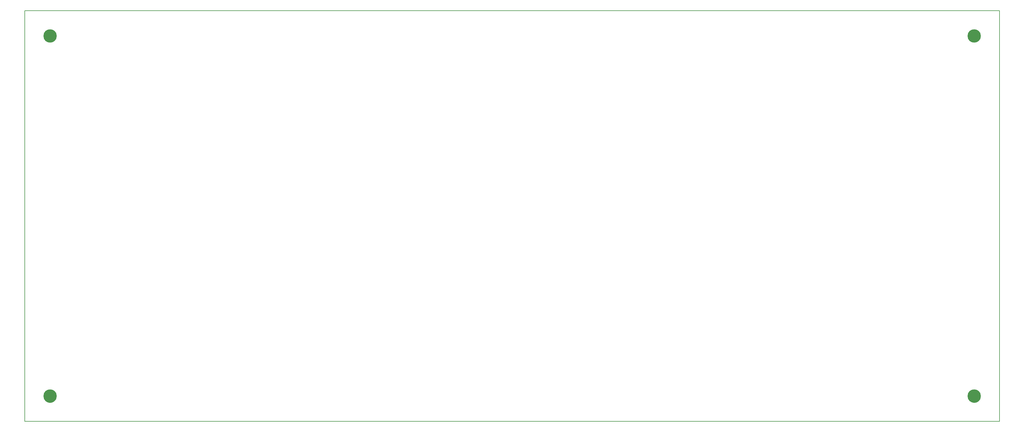
<source format=gbs>
G75*
%MOIN*%
%OFA0B0*%
%FSLAX25Y25*%
%IPPOS*%
%LPD*%
%AMOC8*
5,1,8,0,0,1.08239X$1,22.5*
%
%ADD10C,0.00600*%
%ADD11C,0.00000*%
%ADD12C,0.15800*%
D10*
X0001300Y0001300D02*
X0001300Y0488900D01*
X1156100Y0488900D01*
X1156100Y0001300D01*
X0001300Y0001300D01*
D11*
X0023800Y0031300D02*
X0023802Y0031484D01*
X0023809Y0031668D01*
X0023820Y0031852D01*
X0023836Y0032035D01*
X0023856Y0032218D01*
X0023881Y0032400D01*
X0023910Y0032582D01*
X0023944Y0032763D01*
X0023982Y0032943D01*
X0024025Y0033122D01*
X0024072Y0033300D01*
X0024123Y0033477D01*
X0024179Y0033653D01*
X0024238Y0033827D01*
X0024303Y0033999D01*
X0024371Y0034170D01*
X0024443Y0034339D01*
X0024520Y0034507D01*
X0024601Y0034672D01*
X0024686Y0034835D01*
X0024774Y0034997D01*
X0024867Y0035156D01*
X0024964Y0035312D01*
X0025064Y0035467D01*
X0025168Y0035619D01*
X0025276Y0035768D01*
X0025387Y0035914D01*
X0025502Y0036058D01*
X0025621Y0036199D01*
X0025743Y0036337D01*
X0025868Y0036472D01*
X0025997Y0036603D01*
X0026128Y0036732D01*
X0026263Y0036857D01*
X0026401Y0036979D01*
X0026542Y0037098D01*
X0026686Y0037213D01*
X0026832Y0037324D01*
X0026981Y0037432D01*
X0027133Y0037536D01*
X0027288Y0037636D01*
X0027444Y0037733D01*
X0027603Y0037826D01*
X0027765Y0037914D01*
X0027928Y0037999D01*
X0028093Y0038080D01*
X0028261Y0038157D01*
X0028430Y0038229D01*
X0028601Y0038297D01*
X0028773Y0038362D01*
X0028947Y0038421D01*
X0029123Y0038477D01*
X0029300Y0038528D01*
X0029478Y0038575D01*
X0029657Y0038618D01*
X0029837Y0038656D01*
X0030018Y0038690D01*
X0030200Y0038719D01*
X0030382Y0038744D01*
X0030565Y0038764D01*
X0030748Y0038780D01*
X0030932Y0038791D01*
X0031116Y0038798D01*
X0031300Y0038800D01*
X0031484Y0038798D01*
X0031668Y0038791D01*
X0031852Y0038780D01*
X0032035Y0038764D01*
X0032218Y0038744D01*
X0032400Y0038719D01*
X0032582Y0038690D01*
X0032763Y0038656D01*
X0032943Y0038618D01*
X0033122Y0038575D01*
X0033300Y0038528D01*
X0033477Y0038477D01*
X0033653Y0038421D01*
X0033827Y0038362D01*
X0033999Y0038297D01*
X0034170Y0038229D01*
X0034339Y0038157D01*
X0034507Y0038080D01*
X0034672Y0037999D01*
X0034835Y0037914D01*
X0034997Y0037826D01*
X0035156Y0037733D01*
X0035312Y0037636D01*
X0035467Y0037536D01*
X0035619Y0037432D01*
X0035768Y0037324D01*
X0035914Y0037213D01*
X0036058Y0037098D01*
X0036199Y0036979D01*
X0036337Y0036857D01*
X0036472Y0036732D01*
X0036603Y0036603D01*
X0036732Y0036472D01*
X0036857Y0036337D01*
X0036979Y0036199D01*
X0037098Y0036058D01*
X0037213Y0035914D01*
X0037324Y0035768D01*
X0037432Y0035619D01*
X0037536Y0035467D01*
X0037636Y0035312D01*
X0037733Y0035156D01*
X0037826Y0034997D01*
X0037914Y0034835D01*
X0037999Y0034672D01*
X0038080Y0034507D01*
X0038157Y0034339D01*
X0038229Y0034170D01*
X0038297Y0033999D01*
X0038362Y0033827D01*
X0038421Y0033653D01*
X0038477Y0033477D01*
X0038528Y0033300D01*
X0038575Y0033122D01*
X0038618Y0032943D01*
X0038656Y0032763D01*
X0038690Y0032582D01*
X0038719Y0032400D01*
X0038744Y0032218D01*
X0038764Y0032035D01*
X0038780Y0031852D01*
X0038791Y0031668D01*
X0038798Y0031484D01*
X0038800Y0031300D01*
X0038798Y0031116D01*
X0038791Y0030932D01*
X0038780Y0030748D01*
X0038764Y0030565D01*
X0038744Y0030382D01*
X0038719Y0030200D01*
X0038690Y0030018D01*
X0038656Y0029837D01*
X0038618Y0029657D01*
X0038575Y0029478D01*
X0038528Y0029300D01*
X0038477Y0029123D01*
X0038421Y0028947D01*
X0038362Y0028773D01*
X0038297Y0028601D01*
X0038229Y0028430D01*
X0038157Y0028261D01*
X0038080Y0028093D01*
X0037999Y0027928D01*
X0037914Y0027765D01*
X0037826Y0027603D01*
X0037733Y0027444D01*
X0037636Y0027288D01*
X0037536Y0027133D01*
X0037432Y0026981D01*
X0037324Y0026832D01*
X0037213Y0026686D01*
X0037098Y0026542D01*
X0036979Y0026401D01*
X0036857Y0026263D01*
X0036732Y0026128D01*
X0036603Y0025997D01*
X0036472Y0025868D01*
X0036337Y0025743D01*
X0036199Y0025621D01*
X0036058Y0025502D01*
X0035914Y0025387D01*
X0035768Y0025276D01*
X0035619Y0025168D01*
X0035467Y0025064D01*
X0035312Y0024964D01*
X0035156Y0024867D01*
X0034997Y0024774D01*
X0034835Y0024686D01*
X0034672Y0024601D01*
X0034507Y0024520D01*
X0034339Y0024443D01*
X0034170Y0024371D01*
X0033999Y0024303D01*
X0033827Y0024238D01*
X0033653Y0024179D01*
X0033477Y0024123D01*
X0033300Y0024072D01*
X0033122Y0024025D01*
X0032943Y0023982D01*
X0032763Y0023944D01*
X0032582Y0023910D01*
X0032400Y0023881D01*
X0032218Y0023856D01*
X0032035Y0023836D01*
X0031852Y0023820D01*
X0031668Y0023809D01*
X0031484Y0023802D01*
X0031300Y0023800D01*
X0031116Y0023802D01*
X0030932Y0023809D01*
X0030748Y0023820D01*
X0030565Y0023836D01*
X0030382Y0023856D01*
X0030200Y0023881D01*
X0030018Y0023910D01*
X0029837Y0023944D01*
X0029657Y0023982D01*
X0029478Y0024025D01*
X0029300Y0024072D01*
X0029123Y0024123D01*
X0028947Y0024179D01*
X0028773Y0024238D01*
X0028601Y0024303D01*
X0028430Y0024371D01*
X0028261Y0024443D01*
X0028093Y0024520D01*
X0027928Y0024601D01*
X0027765Y0024686D01*
X0027603Y0024774D01*
X0027444Y0024867D01*
X0027288Y0024964D01*
X0027133Y0025064D01*
X0026981Y0025168D01*
X0026832Y0025276D01*
X0026686Y0025387D01*
X0026542Y0025502D01*
X0026401Y0025621D01*
X0026263Y0025743D01*
X0026128Y0025868D01*
X0025997Y0025997D01*
X0025868Y0026128D01*
X0025743Y0026263D01*
X0025621Y0026401D01*
X0025502Y0026542D01*
X0025387Y0026686D01*
X0025276Y0026832D01*
X0025168Y0026981D01*
X0025064Y0027133D01*
X0024964Y0027288D01*
X0024867Y0027444D01*
X0024774Y0027603D01*
X0024686Y0027765D01*
X0024601Y0027928D01*
X0024520Y0028093D01*
X0024443Y0028261D01*
X0024371Y0028430D01*
X0024303Y0028601D01*
X0024238Y0028773D01*
X0024179Y0028947D01*
X0024123Y0029123D01*
X0024072Y0029300D01*
X0024025Y0029478D01*
X0023982Y0029657D01*
X0023944Y0029837D01*
X0023910Y0030018D01*
X0023881Y0030200D01*
X0023856Y0030382D01*
X0023836Y0030565D01*
X0023820Y0030748D01*
X0023809Y0030932D01*
X0023802Y0031116D01*
X0023800Y0031300D01*
X0023800Y0458900D02*
X0023802Y0459084D01*
X0023809Y0459268D01*
X0023820Y0459452D01*
X0023836Y0459635D01*
X0023856Y0459818D01*
X0023881Y0460000D01*
X0023910Y0460182D01*
X0023944Y0460363D01*
X0023982Y0460543D01*
X0024025Y0460722D01*
X0024072Y0460900D01*
X0024123Y0461077D01*
X0024179Y0461253D01*
X0024238Y0461427D01*
X0024303Y0461599D01*
X0024371Y0461770D01*
X0024443Y0461939D01*
X0024520Y0462107D01*
X0024601Y0462272D01*
X0024686Y0462435D01*
X0024774Y0462597D01*
X0024867Y0462756D01*
X0024964Y0462912D01*
X0025064Y0463067D01*
X0025168Y0463219D01*
X0025276Y0463368D01*
X0025387Y0463514D01*
X0025502Y0463658D01*
X0025621Y0463799D01*
X0025743Y0463937D01*
X0025868Y0464072D01*
X0025997Y0464203D01*
X0026128Y0464332D01*
X0026263Y0464457D01*
X0026401Y0464579D01*
X0026542Y0464698D01*
X0026686Y0464813D01*
X0026832Y0464924D01*
X0026981Y0465032D01*
X0027133Y0465136D01*
X0027288Y0465236D01*
X0027444Y0465333D01*
X0027603Y0465426D01*
X0027765Y0465514D01*
X0027928Y0465599D01*
X0028093Y0465680D01*
X0028261Y0465757D01*
X0028430Y0465829D01*
X0028601Y0465897D01*
X0028773Y0465962D01*
X0028947Y0466021D01*
X0029123Y0466077D01*
X0029300Y0466128D01*
X0029478Y0466175D01*
X0029657Y0466218D01*
X0029837Y0466256D01*
X0030018Y0466290D01*
X0030200Y0466319D01*
X0030382Y0466344D01*
X0030565Y0466364D01*
X0030748Y0466380D01*
X0030932Y0466391D01*
X0031116Y0466398D01*
X0031300Y0466400D01*
X0031484Y0466398D01*
X0031668Y0466391D01*
X0031852Y0466380D01*
X0032035Y0466364D01*
X0032218Y0466344D01*
X0032400Y0466319D01*
X0032582Y0466290D01*
X0032763Y0466256D01*
X0032943Y0466218D01*
X0033122Y0466175D01*
X0033300Y0466128D01*
X0033477Y0466077D01*
X0033653Y0466021D01*
X0033827Y0465962D01*
X0033999Y0465897D01*
X0034170Y0465829D01*
X0034339Y0465757D01*
X0034507Y0465680D01*
X0034672Y0465599D01*
X0034835Y0465514D01*
X0034997Y0465426D01*
X0035156Y0465333D01*
X0035312Y0465236D01*
X0035467Y0465136D01*
X0035619Y0465032D01*
X0035768Y0464924D01*
X0035914Y0464813D01*
X0036058Y0464698D01*
X0036199Y0464579D01*
X0036337Y0464457D01*
X0036472Y0464332D01*
X0036603Y0464203D01*
X0036732Y0464072D01*
X0036857Y0463937D01*
X0036979Y0463799D01*
X0037098Y0463658D01*
X0037213Y0463514D01*
X0037324Y0463368D01*
X0037432Y0463219D01*
X0037536Y0463067D01*
X0037636Y0462912D01*
X0037733Y0462756D01*
X0037826Y0462597D01*
X0037914Y0462435D01*
X0037999Y0462272D01*
X0038080Y0462107D01*
X0038157Y0461939D01*
X0038229Y0461770D01*
X0038297Y0461599D01*
X0038362Y0461427D01*
X0038421Y0461253D01*
X0038477Y0461077D01*
X0038528Y0460900D01*
X0038575Y0460722D01*
X0038618Y0460543D01*
X0038656Y0460363D01*
X0038690Y0460182D01*
X0038719Y0460000D01*
X0038744Y0459818D01*
X0038764Y0459635D01*
X0038780Y0459452D01*
X0038791Y0459268D01*
X0038798Y0459084D01*
X0038800Y0458900D01*
X0038798Y0458716D01*
X0038791Y0458532D01*
X0038780Y0458348D01*
X0038764Y0458165D01*
X0038744Y0457982D01*
X0038719Y0457800D01*
X0038690Y0457618D01*
X0038656Y0457437D01*
X0038618Y0457257D01*
X0038575Y0457078D01*
X0038528Y0456900D01*
X0038477Y0456723D01*
X0038421Y0456547D01*
X0038362Y0456373D01*
X0038297Y0456201D01*
X0038229Y0456030D01*
X0038157Y0455861D01*
X0038080Y0455693D01*
X0037999Y0455528D01*
X0037914Y0455365D01*
X0037826Y0455203D01*
X0037733Y0455044D01*
X0037636Y0454888D01*
X0037536Y0454733D01*
X0037432Y0454581D01*
X0037324Y0454432D01*
X0037213Y0454286D01*
X0037098Y0454142D01*
X0036979Y0454001D01*
X0036857Y0453863D01*
X0036732Y0453728D01*
X0036603Y0453597D01*
X0036472Y0453468D01*
X0036337Y0453343D01*
X0036199Y0453221D01*
X0036058Y0453102D01*
X0035914Y0452987D01*
X0035768Y0452876D01*
X0035619Y0452768D01*
X0035467Y0452664D01*
X0035312Y0452564D01*
X0035156Y0452467D01*
X0034997Y0452374D01*
X0034835Y0452286D01*
X0034672Y0452201D01*
X0034507Y0452120D01*
X0034339Y0452043D01*
X0034170Y0451971D01*
X0033999Y0451903D01*
X0033827Y0451838D01*
X0033653Y0451779D01*
X0033477Y0451723D01*
X0033300Y0451672D01*
X0033122Y0451625D01*
X0032943Y0451582D01*
X0032763Y0451544D01*
X0032582Y0451510D01*
X0032400Y0451481D01*
X0032218Y0451456D01*
X0032035Y0451436D01*
X0031852Y0451420D01*
X0031668Y0451409D01*
X0031484Y0451402D01*
X0031300Y0451400D01*
X0031116Y0451402D01*
X0030932Y0451409D01*
X0030748Y0451420D01*
X0030565Y0451436D01*
X0030382Y0451456D01*
X0030200Y0451481D01*
X0030018Y0451510D01*
X0029837Y0451544D01*
X0029657Y0451582D01*
X0029478Y0451625D01*
X0029300Y0451672D01*
X0029123Y0451723D01*
X0028947Y0451779D01*
X0028773Y0451838D01*
X0028601Y0451903D01*
X0028430Y0451971D01*
X0028261Y0452043D01*
X0028093Y0452120D01*
X0027928Y0452201D01*
X0027765Y0452286D01*
X0027603Y0452374D01*
X0027444Y0452467D01*
X0027288Y0452564D01*
X0027133Y0452664D01*
X0026981Y0452768D01*
X0026832Y0452876D01*
X0026686Y0452987D01*
X0026542Y0453102D01*
X0026401Y0453221D01*
X0026263Y0453343D01*
X0026128Y0453468D01*
X0025997Y0453597D01*
X0025868Y0453728D01*
X0025743Y0453863D01*
X0025621Y0454001D01*
X0025502Y0454142D01*
X0025387Y0454286D01*
X0025276Y0454432D01*
X0025168Y0454581D01*
X0025064Y0454733D01*
X0024964Y0454888D01*
X0024867Y0455044D01*
X0024774Y0455203D01*
X0024686Y0455365D01*
X0024601Y0455528D01*
X0024520Y0455693D01*
X0024443Y0455861D01*
X0024371Y0456030D01*
X0024303Y0456201D01*
X0024238Y0456373D01*
X0024179Y0456547D01*
X0024123Y0456723D01*
X0024072Y0456900D01*
X0024025Y0457078D01*
X0023982Y0457257D01*
X0023944Y0457437D01*
X0023910Y0457618D01*
X0023881Y0457800D01*
X0023856Y0457982D01*
X0023836Y0458165D01*
X0023820Y0458348D01*
X0023809Y0458532D01*
X0023802Y0458716D01*
X0023800Y0458900D01*
X1118600Y0458900D02*
X1118602Y0459084D01*
X1118609Y0459268D01*
X1118620Y0459452D01*
X1118636Y0459635D01*
X1118656Y0459818D01*
X1118681Y0460000D01*
X1118710Y0460182D01*
X1118744Y0460363D01*
X1118782Y0460543D01*
X1118825Y0460722D01*
X1118872Y0460900D01*
X1118923Y0461077D01*
X1118979Y0461253D01*
X1119038Y0461427D01*
X1119103Y0461599D01*
X1119171Y0461770D01*
X1119243Y0461939D01*
X1119320Y0462107D01*
X1119401Y0462272D01*
X1119486Y0462435D01*
X1119574Y0462597D01*
X1119667Y0462756D01*
X1119764Y0462912D01*
X1119864Y0463067D01*
X1119968Y0463219D01*
X1120076Y0463368D01*
X1120187Y0463514D01*
X1120302Y0463658D01*
X1120421Y0463799D01*
X1120543Y0463937D01*
X1120668Y0464072D01*
X1120797Y0464203D01*
X1120928Y0464332D01*
X1121063Y0464457D01*
X1121201Y0464579D01*
X1121342Y0464698D01*
X1121486Y0464813D01*
X1121632Y0464924D01*
X1121781Y0465032D01*
X1121933Y0465136D01*
X1122088Y0465236D01*
X1122244Y0465333D01*
X1122403Y0465426D01*
X1122565Y0465514D01*
X1122728Y0465599D01*
X1122893Y0465680D01*
X1123061Y0465757D01*
X1123230Y0465829D01*
X1123401Y0465897D01*
X1123573Y0465962D01*
X1123747Y0466021D01*
X1123923Y0466077D01*
X1124100Y0466128D01*
X1124278Y0466175D01*
X1124457Y0466218D01*
X1124637Y0466256D01*
X1124818Y0466290D01*
X1125000Y0466319D01*
X1125182Y0466344D01*
X1125365Y0466364D01*
X1125548Y0466380D01*
X1125732Y0466391D01*
X1125916Y0466398D01*
X1126100Y0466400D01*
X1126284Y0466398D01*
X1126468Y0466391D01*
X1126652Y0466380D01*
X1126835Y0466364D01*
X1127018Y0466344D01*
X1127200Y0466319D01*
X1127382Y0466290D01*
X1127563Y0466256D01*
X1127743Y0466218D01*
X1127922Y0466175D01*
X1128100Y0466128D01*
X1128277Y0466077D01*
X1128453Y0466021D01*
X1128627Y0465962D01*
X1128799Y0465897D01*
X1128970Y0465829D01*
X1129139Y0465757D01*
X1129307Y0465680D01*
X1129472Y0465599D01*
X1129635Y0465514D01*
X1129797Y0465426D01*
X1129956Y0465333D01*
X1130112Y0465236D01*
X1130267Y0465136D01*
X1130419Y0465032D01*
X1130568Y0464924D01*
X1130714Y0464813D01*
X1130858Y0464698D01*
X1130999Y0464579D01*
X1131137Y0464457D01*
X1131272Y0464332D01*
X1131403Y0464203D01*
X1131532Y0464072D01*
X1131657Y0463937D01*
X1131779Y0463799D01*
X1131898Y0463658D01*
X1132013Y0463514D01*
X1132124Y0463368D01*
X1132232Y0463219D01*
X1132336Y0463067D01*
X1132436Y0462912D01*
X1132533Y0462756D01*
X1132626Y0462597D01*
X1132714Y0462435D01*
X1132799Y0462272D01*
X1132880Y0462107D01*
X1132957Y0461939D01*
X1133029Y0461770D01*
X1133097Y0461599D01*
X1133162Y0461427D01*
X1133221Y0461253D01*
X1133277Y0461077D01*
X1133328Y0460900D01*
X1133375Y0460722D01*
X1133418Y0460543D01*
X1133456Y0460363D01*
X1133490Y0460182D01*
X1133519Y0460000D01*
X1133544Y0459818D01*
X1133564Y0459635D01*
X1133580Y0459452D01*
X1133591Y0459268D01*
X1133598Y0459084D01*
X1133600Y0458900D01*
X1133598Y0458716D01*
X1133591Y0458532D01*
X1133580Y0458348D01*
X1133564Y0458165D01*
X1133544Y0457982D01*
X1133519Y0457800D01*
X1133490Y0457618D01*
X1133456Y0457437D01*
X1133418Y0457257D01*
X1133375Y0457078D01*
X1133328Y0456900D01*
X1133277Y0456723D01*
X1133221Y0456547D01*
X1133162Y0456373D01*
X1133097Y0456201D01*
X1133029Y0456030D01*
X1132957Y0455861D01*
X1132880Y0455693D01*
X1132799Y0455528D01*
X1132714Y0455365D01*
X1132626Y0455203D01*
X1132533Y0455044D01*
X1132436Y0454888D01*
X1132336Y0454733D01*
X1132232Y0454581D01*
X1132124Y0454432D01*
X1132013Y0454286D01*
X1131898Y0454142D01*
X1131779Y0454001D01*
X1131657Y0453863D01*
X1131532Y0453728D01*
X1131403Y0453597D01*
X1131272Y0453468D01*
X1131137Y0453343D01*
X1130999Y0453221D01*
X1130858Y0453102D01*
X1130714Y0452987D01*
X1130568Y0452876D01*
X1130419Y0452768D01*
X1130267Y0452664D01*
X1130112Y0452564D01*
X1129956Y0452467D01*
X1129797Y0452374D01*
X1129635Y0452286D01*
X1129472Y0452201D01*
X1129307Y0452120D01*
X1129139Y0452043D01*
X1128970Y0451971D01*
X1128799Y0451903D01*
X1128627Y0451838D01*
X1128453Y0451779D01*
X1128277Y0451723D01*
X1128100Y0451672D01*
X1127922Y0451625D01*
X1127743Y0451582D01*
X1127563Y0451544D01*
X1127382Y0451510D01*
X1127200Y0451481D01*
X1127018Y0451456D01*
X1126835Y0451436D01*
X1126652Y0451420D01*
X1126468Y0451409D01*
X1126284Y0451402D01*
X1126100Y0451400D01*
X1125916Y0451402D01*
X1125732Y0451409D01*
X1125548Y0451420D01*
X1125365Y0451436D01*
X1125182Y0451456D01*
X1125000Y0451481D01*
X1124818Y0451510D01*
X1124637Y0451544D01*
X1124457Y0451582D01*
X1124278Y0451625D01*
X1124100Y0451672D01*
X1123923Y0451723D01*
X1123747Y0451779D01*
X1123573Y0451838D01*
X1123401Y0451903D01*
X1123230Y0451971D01*
X1123061Y0452043D01*
X1122893Y0452120D01*
X1122728Y0452201D01*
X1122565Y0452286D01*
X1122403Y0452374D01*
X1122244Y0452467D01*
X1122088Y0452564D01*
X1121933Y0452664D01*
X1121781Y0452768D01*
X1121632Y0452876D01*
X1121486Y0452987D01*
X1121342Y0453102D01*
X1121201Y0453221D01*
X1121063Y0453343D01*
X1120928Y0453468D01*
X1120797Y0453597D01*
X1120668Y0453728D01*
X1120543Y0453863D01*
X1120421Y0454001D01*
X1120302Y0454142D01*
X1120187Y0454286D01*
X1120076Y0454432D01*
X1119968Y0454581D01*
X1119864Y0454733D01*
X1119764Y0454888D01*
X1119667Y0455044D01*
X1119574Y0455203D01*
X1119486Y0455365D01*
X1119401Y0455528D01*
X1119320Y0455693D01*
X1119243Y0455861D01*
X1119171Y0456030D01*
X1119103Y0456201D01*
X1119038Y0456373D01*
X1118979Y0456547D01*
X1118923Y0456723D01*
X1118872Y0456900D01*
X1118825Y0457078D01*
X1118782Y0457257D01*
X1118744Y0457437D01*
X1118710Y0457618D01*
X1118681Y0457800D01*
X1118656Y0457982D01*
X1118636Y0458165D01*
X1118620Y0458348D01*
X1118609Y0458532D01*
X1118602Y0458716D01*
X1118600Y0458900D01*
X1118600Y0031300D02*
X1118602Y0031484D01*
X1118609Y0031668D01*
X1118620Y0031852D01*
X1118636Y0032035D01*
X1118656Y0032218D01*
X1118681Y0032400D01*
X1118710Y0032582D01*
X1118744Y0032763D01*
X1118782Y0032943D01*
X1118825Y0033122D01*
X1118872Y0033300D01*
X1118923Y0033477D01*
X1118979Y0033653D01*
X1119038Y0033827D01*
X1119103Y0033999D01*
X1119171Y0034170D01*
X1119243Y0034339D01*
X1119320Y0034507D01*
X1119401Y0034672D01*
X1119486Y0034835D01*
X1119574Y0034997D01*
X1119667Y0035156D01*
X1119764Y0035312D01*
X1119864Y0035467D01*
X1119968Y0035619D01*
X1120076Y0035768D01*
X1120187Y0035914D01*
X1120302Y0036058D01*
X1120421Y0036199D01*
X1120543Y0036337D01*
X1120668Y0036472D01*
X1120797Y0036603D01*
X1120928Y0036732D01*
X1121063Y0036857D01*
X1121201Y0036979D01*
X1121342Y0037098D01*
X1121486Y0037213D01*
X1121632Y0037324D01*
X1121781Y0037432D01*
X1121933Y0037536D01*
X1122088Y0037636D01*
X1122244Y0037733D01*
X1122403Y0037826D01*
X1122565Y0037914D01*
X1122728Y0037999D01*
X1122893Y0038080D01*
X1123061Y0038157D01*
X1123230Y0038229D01*
X1123401Y0038297D01*
X1123573Y0038362D01*
X1123747Y0038421D01*
X1123923Y0038477D01*
X1124100Y0038528D01*
X1124278Y0038575D01*
X1124457Y0038618D01*
X1124637Y0038656D01*
X1124818Y0038690D01*
X1125000Y0038719D01*
X1125182Y0038744D01*
X1125365Y0038764D01*
X1125548Y0038780D01*
X1125732Y0038791D01*
X1125916Y0038798D01*
X1126100Y0038800D01*
X1126284Y0038798D01*
X1126468Y0038791D01*
X1126652Y0038780D01*
X1126835Y0038764D01*
X1127018Y0038744D01*
X1127200Y0038719D01*
X1127382Y0038690D01*
X1127563Y0038656D01*
X1127743Y0038618D01*
X1127922Y0038575D01*
X1128100Y0038528D01*
X1128277Y0038477D01*
X1128453Y0038421D01*
X1128627Y0038362D01*
X1128799Y0038297D01*
X1128970Y0038229D01*
X1129139Y0038157D01*
X1129307Y0038080D01*
X1129472Y0037999D01*
X1129635Y0037914D01*
X1129797Y0037826D01*
X1129956Y0037733D01*
X1130112Y0037636D01*
X1130267Y0037536D01*
X1130419Y0037432D01*
X1130568Y0037324D01*
X1130714Y0037213D01*
X1130858Y0037098D01*
X1130999Y0036979D01*
X1131137Y0036857D01*
X1131272Y0036732D01*
X1131403Y0036603D01*
X1131532Y0036472D01*
X1131657Y0036337D01*
X1131779Y0036199D01*
X1131898Y0036058D01*
X1132013Y0035914D01*
X1132124Y0035768D01*
X1132232Y0035619D01*
X1132336Y0035467D01*
X1132436Y0035312D01*
X1132533Y0035156D01*
X1132626Y0034997D01*
X1132714Y0034835D01*
X1132799Y0034672D01*
X1132880Y0034507D01*
X1132957Y0034339D01*
X1133029Y0034170D01*
X1133097Y0033999D01*
X1133162Y0033827D01*
X1133221Y0033653D01*
X1133277Y0033477D01*
X1133328Y0033300D01*
X1133375Y0033122D01*
X1133418Y0032943D01*
X1133456Y0032763D01*
X1133490Y0032582D01*
X1133519Y0032400D01*
X1133544Y0032218D01*
X1133564Y0032035D01*
X1133580Y0031852D01*
X1133591Y0031668D01*
X1133598Y0031484D01*
X1133600Y0031300D01*
X1133598Y0031116D01*
X1133591Y0030932D01*
X1133580Y0030748D01*
X1133564Y0030565D01*
X1133544Y0030382D01*
X1133519Y0030200D01*
X1133490Y0030018D01*
X1133456Y0029837D01*
X1133418Y0029657D01*
X1133375Y0029478D01*
X1133328Y0029300D01*
X1133277Y0029123D01*
X1133221Y0028947D01*
X1133162Y0028773D01*
X1133097Y0028601D01*
X1133029Y0028430D01*
X1132957Y0028261D01*
X1132880Y0028093D01*
X1132799Y0027928D01*
X1132714Y0027765D01*
X1132626Y0027603D01*
X1132533Y0027444D01*
X1132436Y0027288D01*
X1132336Y0027133D01*
X1132232Y0026981D01*
X1132124Y0026832D01*
X1132013Y0026686D01*
X1131898Y0026542D01*
X1131779Y0026401D01*
X1131657Y0026263D01*
X1131532Y0026128D01*
X1131403Y0025997D01*
X1131272Y0025868D01*
X1131137Y0025743D01*
X1130999Y0025621D01*
X1130858Y0025502D01*
X1130714Y0025387D01*
X1130568Y0025276D01*
X1130419Y0025168D01*
X1130267Y0025064D01*
X1130112Y0024964D01*
X1129956Y0024867D01*
X1129797Y0024774D01*
X1129635Y0024686D01*
X1129472Y0024601D01*
X1129307Y0024520D01*
X1129139Y0024443D01*
X1128970Y0024371D01*
X1128799Y0024303D01*
X1128627Y0024238D01*
X1128453Y0024179D01*
X1128277Y0024123D01*
X1128100Y0024072D01*
X1127922Y0024025D01*
X1127743Y0023982D01*
X1127563Y0023944D01*
X1127382Y0023910D01*
X1127200Y0023881D01*
X1127018Y0023856D01*
X1126835Y0023836D01*
X1126652Y0023820D01*
X1126468Y0023809D01*
X1126284Y0023802D01*
X1126100Y0023800D01*
X1125916Y0023802D01*
X1125732Y0023809D01*
X1125548Y0023820D01*
X1125365Y0023836D01*
X1125182Y0023856D01*
X1125000Y0023881D01*
X1124818Y0023910D01*
X1124637Y0023944D01*
X1124457Y0023982D01*
X1124278Y0024025D01*
X1124100Y0024072D01*
X1123923Y0024123D01*
X1123747Y0024179D01*
X1123573Y0024238D01*
X1123401Y0024303D01*
X1123230Y0024371D01*
X1123061Y0024443D01*
X1122893Y0024520D01*
X1122728Y0024601D01*
X1122565Y0024686D01*
X1122403Y0024774D01*
X1122244Y0024867D01*
X1122088Y0024964D01*
X1121933Y0025064D01*
X1121781Y0025168D01*
X1121632Y0025276D01*
X1121486Y0025387D01*
X1121342Y0025502D01*
X1121201Y0025621D01*
X1121063Y0025743D01*
X1120928Y0025868D01*
X1120797Y0025997D01*
X1120668Y0026128D01*
X1120543Y0026263D01*
X1120421Y0026401D01*
X1120302Y0026542D01*
X1120187Y0026686D01*
X1120076Y0026832D01*
X1119968Y0026981D01*
X1119864Y0027133D01*
X1119764Y0027288D01*
X1119667Y0027444D01*
X1119574Y0027603D01*
X1119486Y0027765D01*
X1119401Y0027928D01*
X1119320Y0028093D01*
X1119243Y0028261D01*
X1119171Y0028430D01*
X1119103Y0028601D01*
X1119038Y0028773D01*
X1118979Y0028947D01*
X1118923Y0029123D01*
X1118872Y0029300D01*
X1118825Y0029478D01*
X1118782Y0029657D01*
X1118744Y0029837D01*
X1118710Y0030018D01*
X1118681Y0030200D01*
X1118656Y0030382D01*
X1118636Y0030565D01*
X1118620Y0030748D01*
X1118609Y0030932D01*
X1118602Y0031116D01*
X1118600Y0031300D01*
D12*
X1126100Y0031300D03*
X1126100Y0458900D03*
X0031300Y0458900D03*
X0031300Y0031300D03*
M02*

</source>
